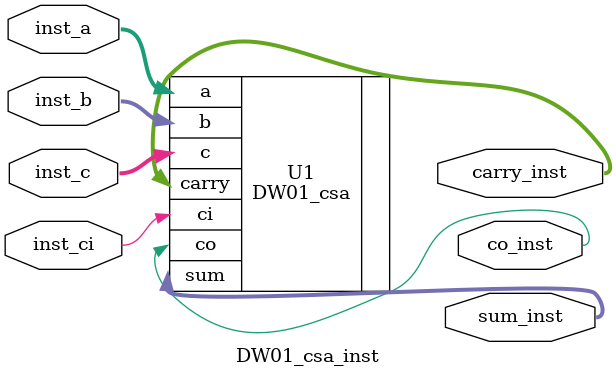
<source format=v>
module DW01_csa_inst( inst_a, inst_b, inst_c, inst_ci, carry_inst, 
                      sum_inst, co_inst );

  parameter width = 8;

  input [width-1 : 0] inst_a;
  input [width-1 : 0] inst_b;
  input [width-1 : 0] inst_c;
  input inst_ci;
  output [width-1 : 0] carry_inst;
  output [width-1 : 0] sum_inst;
  output co_inst;

  // Instance of DW01_csa
  DW01_csa #(width)
    U1 ( .a(inst_a), .b(inst_b), .c(inst_c), .ci(inst_ci), 
         .carry(carry_inst), .sum(sum_inst), .co(co_inst) );

endmodule


</source>
